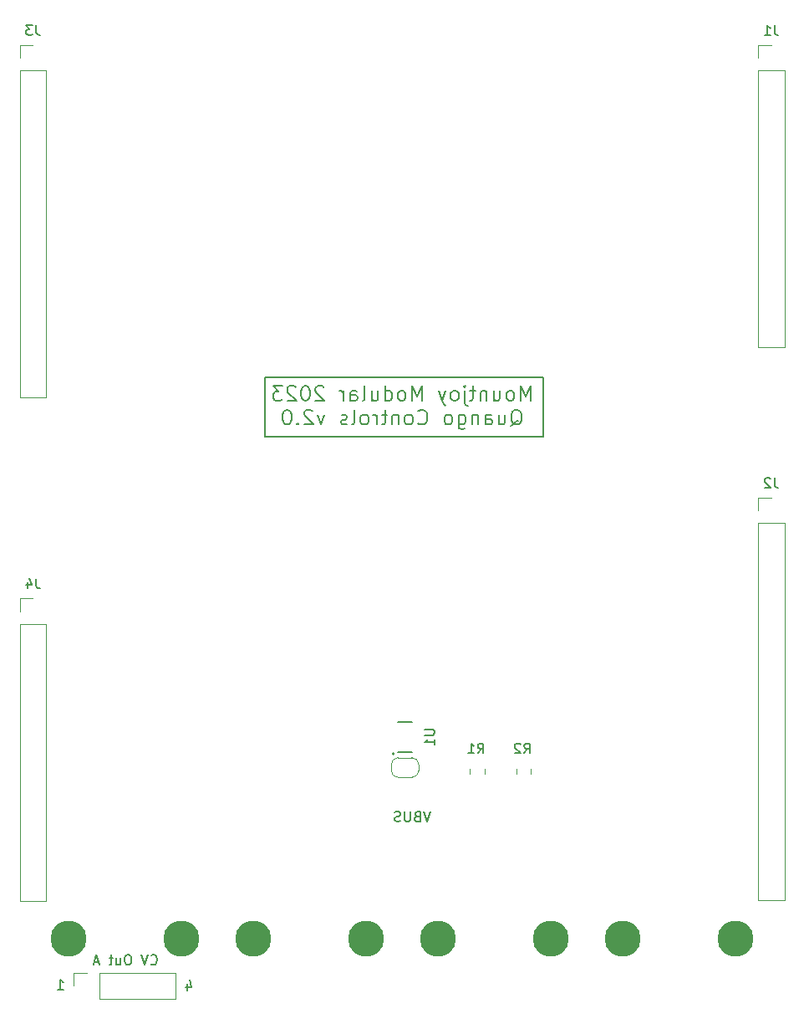
<source format=gbr>
%TF.GenerationSoftware,KiCad,Pcbnew,(6.0.11)*%
%TF.CreationDate,2023-07-06T15:41:22+01:00*%
%TF.ProjectId,Quango_Controls,5175616e-676f-45f4-936f-6e74726f6c73,rev?*%
%TF.SameCoordinates,Original*%
%TF.FileFunction,Legend,Bot*%
%TF.FilePolarity,Positive*%
%FSLAX46Y46*%
G04 Gerber Fmt 4.6, Leading zero omitted, Abs format (unit mm)*
G04 Created by KiCad (PCBNEW (6.0.11)) date 2023-07-06 15:41:22*
%MOMM*%
%LPD*%
G01*
G04 APERTURE LIST*
%ADD10C,0.150000*%
%ADD11C,0.200000*%
%ADD12C,0.120000*%
%ADD13C,0.127000*%
%ADD14C,3.650000*%
G04 APERTURE END LIST*
D10*
X68709523Y-145685714D02*
X68709523Y-146352380D01*
X68947619Y-145304761D02*
X69185714Y-146019047D01*
X68566666Y-146019047D01*
X55614285Y-146252380D02*
X56185714Y-146252380D01*
X55900000Y-146252380D02*
X55900000Y-145252380D01*
X55995238Y-145395238D01*
X56090476Y-145490476D01*
X56185714Y-145538095D01*
X65071428Y-143657142D02*
X65119047Y-143704761D01*
X65261904Y-143752380D01*
X65357142Y-143752380D01*
X65500000Y-143704761D01*
X65595238Y-143609523D01*
X65642857Y-143514285D01*
X65690476Y-143323809D01*
X65690476Y-143180952D01*
X65642857Y-142990476D01*
X65595238Y-142895238D01*
X65500000Y-142800000D01*
X65357142Y-142752380D01*
X65261904Y-142752380D01*
X65119047Y-142800000D01*
X65071428Y-142847619D01*
X64785714Y-142752380D02*
X64452380Y-143752380D01*
X64119047Y-142752380D01*
X62833333Y-142752380D02*
X62642857Y-142752380D01*
X62547619Y-142800000D01*
X62452380Y-142895238D01*
X62404761Y-143085714D01*
X62404761Y-143419047D01*
X62452380Y-143609523D01*
X62547619Y-143704761D01*
X62642857Y-143752380D01*
X62833333Y-143752380D01*
X62928571Y-143704761D01*
X63023809Y-143609523D01*
X63071428Y-143419047D01*
X63071428Y-143085714D01*
X63023809Y-142895238D01*
X62928571Y-142800000D01*
X62833333Y-142752380D01*
X61547619Y-143085714D02*
X61547619Y-143752380D01*
X61976190Y-143085714D02*
X61976190Y-143609523D01*
X61928571Y-143704761D01*
X61833333Y-143752380D01*
X61690476Y-143752380D01*
X61595238Y-143704761D01*
X61547619Y-143657142D01*
X61214285Y-143085714D02*
X60833333Y-143085714D01*
X61071428Y-142752380D02*
X61071428Y-143609523D01*
X61023809Y-143704761D01*
X60928571Y-143752380D01*
X60833333Y-143752380D01*
X59785714Y-143466666D02*
X59309523Y-143466666D01*
X59880952Y-143752380D02*
X59547619Y-142752380D01*
X59214285Y-143752380D01*
X104800000Y-90300000D02*
X76600000Y-90300000D01*
X76600000Y-90300000D02*
X76600000Y-84300000D01*
X76600000Y-84300000D02*
X104800000Y-84300000D01*
X104800000Y-84300000D02*
X104800000Y-90300000D01*
X93333333Y-128252380D02*
X93000000Y-129252380D01*
X92666666Y-128252380D01*
X92000000Y-128728571D02*
X91857142Y-128776190D01*
X91809523Y-128823809D01*
X91761904Y-128919047D01*
X91761904Y-129061904D01*
X91809523Y-129157142D01*
X91857142Y-129204761D01*
X91952380Y-129252380D01*
X92333333Y-129252380D01*
X92333333Y-128252380D01*
X92000000Y-128252380D01*
X91904761Y-128300000D01*
X91857142Y-128347619D01*
X91809523Y-128442857D01*
X91809523Y-128538095D01*
X91857142Y-128633333D01*
X91904761Y-128680952D01*
X92000000Y-128728571D01*
X92333333Y-128728571D01*
X91333333Y-128252380D02*
X91333333Y-129061904D01*
X91285714Y-129157142D01*
X91238095Y-129204761D01*
X91142857Y-129252380D01*
X90952380Y-129252380D01*
X90857142Y-129204761D01*
X90809523Y-129157142D01*
X90761904Y-129061904D01*
X90761904Y-128252380D01*
X90333333Y-129204761D02*
X90190476Y-129252380D01*
X89952380Y-129252380D01*
X89857142Y-129204761D01*
X89809523Y-129157142D01*
X89761904Y-129061904D01*
X89761904Y-128966666D01*
X89809523Y-128871428D01*
X89857142Y-128823809D01*
X89952380Y-128776190D01*
X90142857Y-128728571D01*
X90238095Y-128680952D01*
X90285714Y-128633333D01*
X90333333Y-128538095D01*
X90333333Y-128442857D01*
X90285714Y-128347619D01*
X90238095Y-128300000D01*
X90142857Y-128252380D01*
X89904761Y-128252380D01*
X89761904Y-128300000D01*
D11*
X103500000Y-86671071D02*
X103500000Y-85171071D01*
X103000000Y-86242500D01*
X102500000Y-85171071D01*
X102500000Y-86671071D01*
X101571428Y-86671071D02*
X101714285Y-86599642D01*
X101785714Y-86528214D01*
X101857142Y-86385357D01*
X101857142Y-85956785D01*
X101785714Y-85813928D01*
X101714285Y-85742500D01*
X101571428Y-85671071D01*
X101357142Y-85671071D01*
X101214285Y-85742500D01*
X101142857Y-85813928D01*
X101071428Y-85956785D01*
X101071428Y-86385357D01*
X101142857Y-86528214D01*
X101214285Y-86599642D01*
X101357142Y-86671071D01*
X101571428Y-86671071D01*
X99785714Y-85671071D02*
X99785714Y-86671071D01*
X100428571Y-85671071D02*
X100428571Y-86456785D01*
X100357142Y-86599642D01*
X100214285Y-86671071D01*
X100000000Y-86671071D01*
X99857142Y-86599642D01*
X99785714Y-86528214D01*
X99071428Y-85671071D02*
X99071428Y-86671071D01*
X99071428Y-85813928D02*
X99000000Y-85742500D01*
X98857142Y-85671071D01*
X98642857Y-85671071D01*
X98500000Y-85742500D01*
X98428571Y-85885357D01*
X98428571Y-86671071D01*
X97928571Y-85671071D02*
X97357142Y-85671071D01*
X97714285Y-85171071D02*
X97714285Y-86456785D01*
X97642857Y-86599642D01*
X97500000Y-86671071D01*
X97357142Y-86671071D01*
X96857142Y-85671071D02*
X96857142Y-86956785D01*
X96928571Y-87099642D01*
X97071428Y-87171071D01*
X97142857Y-87171071D01*
X96857142Y-85171071D02*
X96928571Y-85242500D01*
X96857142Y-85313928D01*
X96785714Y-85242500D01*
X96857142Y-85171071D01*
X96857142Y-85313928D01*
X95928571Y-86671071D02*
X96071428Y-86599642D01*
X96142857Y-86528214D01*
X96214285Y-86385357D01*
X96214285Y-85956785D01*
X96142857Y-85813928D01*
X96071428Y-85742500D01*
X95928571Y-85671071D01*
X95714285Y-85671071D01*
X95571428Y-85742500D01*
X95500000Y-85813928D01*
X95428571Y-85956785D01*
X95428571Y-86385357D01*
X95500000Y-86528214D01*
X95571428Y-86599642D01*
X95714285Y-86671071D01*
X95928571Y-86671071D01*
X94928571Y-85671071D02*
X94571428Y-86671071D01*
X94214285Y-85671071D02*
X94571428Y-86671071D01*
X94714285Y-87028214D01*
X94785714Y-87099642D01*
X94928571Y-87171071D01*
X92500000Y-86671071D02*
X92500000Y-85171071D01*
X92000000Y-86242500D01*
X91500000Y-85171071D01*
X91500000Y-86671071D01*
X90571428Y-86671071D02*
X90714285Y-86599642D01*
X90785714Y-86528214D01*
X90857142Y-86385357D01*
X90857142Y-85956785D01*
X90785714Y-85813928D01*
X90714285Y-85742500D01*
X90571428Y-85671071D01*
X90357142Y-85671071D01*
X90214285Y-85742500D01*
X90142857Y-85813928D01*
X90071428Y-85956785D01*
X90071428Y-86385357D01*
X90142857Y-86528214D01*
X90214285Y-86599642D01*
X90357142Y-86671071D01*
X90571428Y-86671071D01*
X88785714Y-86671071D02*
X88785714Y-85171071D01*
X88785714Y-86599642D02*
X88928571Y-86671071D01*
X89214285Y-86671071D01*
X89357142Y-86599642D01*
X89428571Y-86528214D01*
X89500000Y-86385357D01*
X89500000Y-85956785D01*
X89428571Y-85813928D01*
X89357142Y-85742500D01*
X89214285Y-85671071D01*
X88928571Y-85671071D01*
X88785714Y-85742500D01*
X87428571Y-85671071D02*
X87428571Y-86671071D01*
X88071428Y-85671071D02*
X88071428Y-86456785D01*
X88000000Y-86599642D01*
X87857142Y-86671071D01*
X87642857Y-86671071D01*
X87500000Y-86599642D01*
X87428571Y-86528214D01*
X86500000Y-86671071D02*
X86642857Y-86599642D01*
X86714285Y-86456785D01*
X86714285Y-85171071D01*
X85285714Y-86671071D02*
X85285714Y-85885357D01*
X85357142Y-85742500D01*
X85500000Y-85671071D01*
X85785714Y-85671071D01*
X85928571Y-85742500D01*
X85285714Y-86599642D02*
X85428571Y-86671071D01*
X85785714Y-86671071D01*
X85928571Y-86599642D01*
X86000000Y-86456785D01*
X86000000Y-86313928D01*
X85928571Y-86171071D01*
X85785714Y-86099642D01*
X85428571Y-86099642D01*
X85285714Y-86028214D01*
X84571428Y-86671071D02*
X84571428Y-85671071D01*
X84571428Y-85956785D02*
X84500000Y-85813928D01*
X84428571Y-85742500D01*
X84285714Y-85671071D01*
X84142857Y-85671071D01*
X82571428Y-85313928D02*
X82500000Y-85242500D01*
X82357142Y-85171071D01*
X82000000Y-85171071D01*
X81857142Y-85242500D01*
X81785714Y-85313928D01*
X81714285Y-85456785D01*
X81714285Y-85599642D01*
X81785714Y-85813928D01*
X82642857Y-86671071D01*
X81714285Y-86671071D01*
X80785714Y-85171071D02*
X80642857Y-85171071D01*
X80500000Y-85242500D01*
X80428571Y-85313928D01*
X80357142Y-85456785D01*
X80285714Y-85742500D01*
X80285714Y-86099642D01*
X80357142Y-86385357D01*
X80428571Y-86528214D01*
X80500000Y-86599642D01*
X80642857Y-86671071D01*
X80785714Y-86671071D01*
X80928571Y-86599642D01*
X81000000Y-86528214D01*
X81071428Y-86385357D01*
X81142857Y-86099642D01*
X81142857Y-85742500D01*
X81071428Y-85456785D01*
X81000000Y-85313928D01*
X80928571Y-85242500D01*
X80785714Y-85171071D01*
X79714285Y-85313928D02*
X79642857Y-85242500D01*
X79500000Y-85171071D01*
X79142857Y-85171071D01*
X79000000Y-85242500D01*
X78928571Y-85313928D01*
X78857142Y-85456785D01*
X78857142Y-85599642D01*
X78928571Y-85813928D01*
X79785714Y-86671071D01*
X78857142Y-86671071D01*
X78357142Y-85171071D02*
X77428571Y-85171071D01*
X77928571Y-85742500D01*
X77714285Y-85742500D01*
X77571428Y-85813928D01*
X77500000Y-85885357D01*
X77428571Y-86028214D01*
X77428571Y-86385357D01*
X77500000Y-86528214D01*
X77571428Y-86599642D01*
X77714285Y-86671071D01*
X78142857Y-86671071D01*
X78285714Y-86599642D01*
X78357142Y-86528214D01*
X101500000Y-89228928D02*
X101642857Y-89157500D01*
X101785714Y-89014642D01*
X102000000Y-88800357D01*
X102142857Y-88728928D01*
X102285714Y-88728928D01*
X102214285Y-89086071D02*
X102357142Y-89014642D01*
X102500000Y-88871785D01*
X102571428Y-88586071D01*
X102571428Y-88086071D01*
X102500000Y-87800357D01*
X102357142Y-87657500D01*
X102214285Y-87586071D01*
X101928571Y-87586071D01*
X101785714Y-87657500D01*
X101642857Y-87800357D01*
X101571428Y-88086071D01*
X101571428Y-88586071D01*
X101642857Y-88871785D01*
X101785714Y-89014642D01*
X101928571Y-89086071D01*
X102214285Y-89086071D01*
X100285714Y-88086071D02*
X100285714Y-89086071D01*
X100928571Y-88086071D02*
X100928571Y-88871785D01*
X100857142Y-89014642D01*
X100714285Y-89086071D01*
X100500000Y-89086071D01*
X100357142Y-89014642D01*
X100285714Y-88943214D01*
X98928571Y-89086071D02*
X98928571Y-88300357D01*
X99000000Y-88157500D01*
X99142857Y-88086071D01*
X99428571Y-88086071D01*
X99571428Y-88157500D01*
X98928571Y-89014642D02*
X99071428Y-89086071D01*
X99428571Y-89086071D01*
X99571428Y-89014642D01*
X99642857Y-88871785D01*
X99642857Y-88728928D01*
X99571428Y-88586071D01*
X99428571Y-88514642D01*
X99071428Y-88514642D01*
X98928571Y-88443214D01*
X98214285Y-88086071D02*
X98214285Y-89086071D01*
X98214285Y-88228928D02*
X98142857Y-88157500D01*
X98000000Y-88086071D01*
X97785714Y-88086071D01*
X97642857Y-88157500D01*
X97571428Y-88300357D01*
X97571428Y-89086071D01*
X96214285Y-88086071D02*
X96214285Y-89300357D01*
X96285714Y-89443214D01*
X96357142Y-89514642D01*
X96500000Y-89586071D01*
X96714285Y-89586071D01*
X96857142Y-89514642D01*
X96214285Y-89014642D02*
X96357142Y-89086071D01*
X96642857Y-89086071D01*
X96785714Y-89014642D01*
X96857142Y-88943214D01*
X96928571Y-88800357D01*
X96928571Y-88371785D01*
X96857142Y-88228928D01*
X96785714Y-88157500D01*
X96642857Y-88086071D01*
X96357142Y-88086071D01*
X96214285Y-88157500D01*
X95285714Y-89086071D02*
X95428571Y-89014642D01*
X95500000Y-88943214D01*
X95571428Y-88800357D01*
X95571428Y-88371785D01*
X95500000Y-88228928D01*
X95428571Y-88157500D01*
X95285714Y-88086071D01*
X95071428Y-88086071D01*
X94928571Y-88157500D01*
X94857142Y-88228928D01*
X94785714Y-88371785D01*
X94785714Y-88800357D01*
X94857142Y-88943214D01*
X94928571Y-89014642D01*
X95071428Y-89086071D01*
X95285714Y-89086071D01*
X92142857Y-88943214D02*
X92214285Y-89014642D01*
X92428571Y-89086071D01*
X92571428Y-89086071D01*
X92785714Y-89014642D01*
X92928571Y-88871785D01*
X93000000Y-88728928D01*
X93071428Y-88443214D01*
X93071428Y-88228928D01*
X93000000Y-87943214D01*
X92928571Y-87800357D01*
X92785714Y-87657500D01*
X92571428Y-87586071D01*
X92428571Y-87586071D01*
X92214285Y-87657500D01*
X92142857Y-87728928D01*
X91285714Y-89086071D02*
X91428571Y-89014642D01*
X91500000Y-88943214D01*
X91571428Y-88800357D01*
X91571428Y-88371785D01*
X91500000Y-88228928D01*
X91428571Y-88157500D01*
X91285714Y-88086071D01*
X91071428Y-88086071D01*
X90928571Y-88157500D01*
X90857142Y-88228928D01*
X90785714Y-88371785D01*
X90785714Y-88800357D01*
X90857142Y-88943214D01*
X90928571Y-89014642D01*
X91071428Y-89086071D01*
X91285714Y-89086071D01*
X90142857Y-88086071D02*
X90142857Y-89086071D01*
X90142857Y-88228928D02*
X90071428Y-88157500D01*
X89928571Y-88086071D01*
X89714285Y-88086071D01*
X89571428Y-88157500D01*
X89500000Y-88300357D01*
X89500000Y-89086071D01*
X89000000Y-88086071D02*
X88428571Y-88086071D01*
X88785714Y-87586071D02*
X88785714Y-88871785D01*
X88714285Y-89014642D01*
X88571428Y-89086071D01*
X88428571Y-89086071D01*
X87928571Y-89086071D02*
X87928571Y-88086071D01*
X87928571Y-88371785D02*
X87857142Y-88228928D01*
X87785714Y-88157500D01*
X87642857Y-88086071D01*
X87500000Y-88086071D01*
X86785714Y-89086071D02*
X86928571Y-89014642D01*
X87000000Y-88943214D01*
X87071428Y-88800357D01*
X87071428Y-88371785D01*
X87000000Y-88228928D01*
X86928571Y-88157500D01*
X86785714Y-88086071D01*
X86571428Y-88086071D01*
X86428571Y-88157500D01*
X86357142Y-88228928D01*
X86285714Y-88371785D01*
X86285714Y-88800357D01*
X86357142Y-88943214D01*
X86428571Y-89014642D01*
X86571428Y-89086071D01*
X86785714Y-89086071D01*
X85428571Y-89086071D02*
X85571428Y-89014642D01*
X85642857Y-88871785D01*
X85642857Y-87586071D01*
X84928571Y-89014642D02*
X84785714Y-89086071D01*
X84500000Y-89086071D01*
X84357142Y-89014642D01*
X84285714Y-88871785D01*
X84285714Y-88800357D01*
X84357142Y-88657500D01*
X84500000Y-88586071D01*
X84714285Y-88586071D01*
X84857142Y-88514642D01*
X84928571Y-88371785D01*
X84928571Y-88300357D01*
X84857142Y-88157500D01*
X84714285Y-88086071D01*
X84500000Y-88086071D01*
X84357142Y-88157500D01*
X82642857Y-88086071D02*
X82285714Y-89086071D01*
X81928571Y-88086071D01*
X81428571Y-87728928D02*
X81357142Y-87657500D01*
X81214285Y-87586071D01*
X80857142Y-87586071D01*
X80714285Y-87657500D01*
X80642857Y-87728928D01*
X80571428Y-87871785D01*
X80571428Y-88014642D01*
X80642857Y-88228928D01*
X81500000Y-89086071D01*
X80571428Y-89086071D01*
X79928571Y-88943214D02*
X79857142Y-89014642D01*
X79928571Y-89086071D01*
X80000000Y-89014642D01*
X79928571Y-88943214D01*
X79928571Y-89086071D01*
X78928571Y-87586071D02*
X78785714Y-87586071D01*
X78642857Y-87657500D01*
X78571428Y-87728928D01*
X78500000Y-87871785D01*
X78428571Y-88157500D01*
X78428571Y-88514642D01*
X78500000Y-88800357D01*
X78571428Y-88943214D01*
X78642857Y-89014642D01*
X78785714Y-89086071D01*
X78928571Y-89086071D01*
X79071428Y-89014642D01*
X79142857Y-88943214D01*
X79214285Y-88800357D01*
X79285714Y-88514642D01*
X79285714Y-88157500D01*
X79214285Y-87871785D01*
X79142857Y-87728928D01*
X79071428Y-87657500D01*
X78928571Y-87586071D01*
D10*
%TO.C,J3*%
X53433333Y-48682380D02*
X53433333Y-49396666D01*
X53480952Y-49539523D01*
X53576190Y-49634761D01*
X53719047Y-49682380D01*
X53814285Y-49682380D01*
X53052380Y-48682380D02*
X52433333Y-48682380D01*
X52766666Y-49063333D01*
X52623809Y-49063333D01*
X52528571Y-49110952D01*
X52480952Y-49158571D01*
X52433333Y-49253809D01*
X52433333Y-49491904D01*
X52480952Y-49587142D01*
X52528571Y-49634761D01*
X52623809Y-49682380D01*
X52909523Y-49682380D01*
X53004761Y-49634761D01*
X53052380Y-49587142D01*
%TO.C,J2*%
X128233333Y-94482380D02*
X128233333Y-95196666D01*
X128280952Y-95339523D01*
X128376190Y-95434761D01*
X128519047Y-95482380D01*
X128614285Y-95482380D01*
X127804761Y-94577619D02*
X127757142Y-94530000D01*
X127661904Y-94482380D01*
X127423809Y-94482380D01*
X127328571Y-94530000D01*
X127280952Y-94577619D01*
X127233333Y-94672857D01*
X127233333Y-94768095D01*
X127280952Y-94910952D01*
X127852380Y-95482380D01*
X127233333Y-95482380D01*
%TO.C,R1*%
X98166666Y-122352380D02*
X98500000Y-121876190D01*
X98738095Y-122352380D02*
X98738095Y-121352380D01*
X98357142Y-121352380D01*
X98261904Y-121400000D01*
X98214285Y-121447619D01*
X98166666Y-121542857D01*
X98166666Y-121685714D01*
X98214285Y-121780952D01*
X98261904Y-121828571D01*
X98357142Y-121876190D01*
X98738095Y-121876190D01*
X97214285Y-122352380D02*
X97785714Y-122352380D01*
X97500000Y-122352380D02*
X97500000Y-121352380D01*
X97595238Y-121495238D01*
X97690476Y-121590476D01*
X97785714Y-121638095D01*
%TO.C,J4*%
X53433333Y-104682380D02*
X53433333Y-105396666D01*
X53480952Y-105539523D01*
X53576190Y-105634761D01*
X53719047Y-105682380D01*
X53814285Y-105682380D01*
X52528571Y-105015714D02*
X52528571Y-105682380D01*
X52766666Y-104634761D02*
X53004761Y-105349047D01*
X52385714Y-105349047D01*
%TO.C,U1*%
X92796026Y-119936697D02*
X93607035Y-119936697D01*
X93702448Y-119984403D01*
X93750154Y-120032110D01*
X93797861Y-120127522D01*
X93797861Y-120318348D01*
X93750154Y-120413761D01*
X93702448Y-120461467D01*
X93607035Y-120509174D01*
X92796026Y-120509174D01*
X93797861Y-121511009D02*
X93797861Y-120938532D01*
X93797861Y-121224770D02*
X92796026Y-121224770D01*
X92939145Y-121129357D01*
X93034558Y-121033945D01*
X93082264Y-120938532D01*
%TO.C,J1*%
X128233333Y-48682380D02*
X128233333Y-49396666D01*
X128280952Y-49539523D01*
X128376190Y-49634761D01*
X128519047Y-49682380D01*
X128614285Y-49682380D01*
X127233333Y-49682380D02*
X127804761Y-49682380D01*
X127519047Y-49682380D02*
X127519047Y-48682380D01*
X127614285Y-48825238D01*
X127709523Y-48920476D01*
X127804761Y-48968095D01*
%TO.C,R2*%
X102866666Y-122352380D02*
X103200000Y-121876190D01*
X103438095Y-122352380D02*
X103438095Y-121352380D01*
X103057142Y-121352380D01*
X102961904Y-121400000D01*
X102914285Y-121447619D01*
X102866666Y-121542857D01*
X102866666Y-121685714D01*
X102914285Y-121780952D01*
X102961904Y-121828571D01*
X103057142Y-121876190D01*
X103438095Y-121876190D01*
X102485714Y-121447619D02*
X102438095Y-121400000D01*
X102342857Y-121352380D01*
X102104761Y-121352380D01*
X102009523Y-121400000D01*
X101961904Y-121447619D01*
X101914285Y-121542857D01*
X101914285Y-121638095D01*
X101961904Y-121780952D01*
X102533333Y-122352380D01*
X101914285Y-122352380D01*
D12*
%TO.C,J11*%
X59860000Y-147230000D02*
X67540000Y-147230000D01*
X58590000Y-144570000D02*
X57260000Y-144570000D01*
X67540000Y-144570000D02*
X67540000Y-147230000D01*
X59860000Y-144570000D02*
X59860000Y-147230000D01*
X57260000Y-144570000D02*
X57260000Y-145900000D01*
X59860000Y-144570000D02*
X67540000Y-144570000D01*
%TO.C,J3*%
X54430000Y-53270000D02*
X51770000Y-53270000D01*
X51770000Y-50670000D02*
X51770000Y-52000000D01*
X53100000Y-50670000D02*
X51770000Y-50670000D01*
X54430000Y-53270000D02*
X54430000Y-86350000D01*
X51770000Y-53270000D02*
X51770000Y-86350000D01*
X54430000Y-86350000D02*
X51770000Y-86350000D01*
%TO.C,J2*%
X129230000Y-99070000D02*
X129230000Y-137230000D01*
X129230000Y-99070000D02*
X126570000Y-99070000D01*
X126570000Y-99070000D02*
X126570000Y-137230000D01*
X126570000Y-96470000D02*
X126570000Y-97800000D01*
X129230000Y-137230000D02*
X126570000Y-137230000D01*
X127900000Y-96470000D02*
X126570000Y-96470000D01*
%TO.C,R1*%
X97365000Y-123972936D02*
X97365000Y-124427064D01*
X98835000Y-123972936D02*
X98835000Y-124427064D01*
%TO.C,J4*%
X54430000Y-109270000D02*
X51770000Y-109270000D01*
X51770000Y-106670000D02*
X51770000Y-108000000D01*
X54430000Y-109270000D02*
X54430000Y-137270000D01*
X51770000Y-109270000D02*
X51770000Y-137270000D01*
X53100000Y-106670000D02*
X51770000Y-106670000D01*
X54430000Y-137270000D02*
X51770000Y-137270000D01*
D13*
%TO.C,U1*%
X90100000Y-122200000D02*
X91500000Y-122200000D01*
X91500000Y-119200000D02*
X90100000Y-119200000D01*
D11*
X89700000Y-122400000D02*
G75*
G03*
X89700000Y-122400000I-100000J0D01*
G01*
D12*
%TO.C,J1*%
X127900000Y-50670000D02*
X126570000Y-50670000D01*
X129230000Y-53270000D02*
X126570000Y-53270000D01*
X129230000Y-81270000D02*
X126570000Y-81270000D01*
X129230000Y-53270000D02*
X129230000Y-81270000D01*
X126570000Y-50670000D02*
X126570000Y-52000000D01*
X126570000Y-53270000D02*
X126570000Y-81270000D01*
%TO.C,R2*%
X102065000Y-124427064D02*
X102065000Y-123972936D01*
X103535000Y-124427064D02*
X103535000Y-123972936D01*
%TO.C,JP1*%
X89400000Y-123500000D02*
X89400000Y-124100000D01*
X91500000Y-122800000D02*
X90100000Y-122800000D01*
X90100000Y-124800000D02*
X91500000Y-124800000D01*
X92200000Y-124100000D02*
X92200000Y-123500000D01*
X90100000Y-122800000D02*
G75*
G03*
X89400000Y-123500000I-1J-699999D01*
G01*
X91500000Y-124800000D02*
G75*
G03*
X92200000Y-124100000I0J700000D01*
G01*
X89400000Y-124100000D02*
G75*
G03*
X90100000Y-124800000I699999J-1D01*
G01*
X92200000Y-123500000D02*
G75*
G03*
X91500000Y-122800000I-700000J0D01*
G01*
%TD*%
D14*
%TO.C,J5*%
X56730000Y-141100000D03*
X68160000Y-141100000D03*
%TD*%
%TO.C,J7*%
X86860000Y-141100000D03*
X75430000Y-141100000D03*
%TD*%
%TO.C,J6*%
X112830000Y-141100000D03*
X124260000Y-141100000D03*
%TD*%
%TO.C,J10*%
X105560000Y-141100000D03*
X94130000Y-141100000D03*
%TD*%
M02*

</source>
